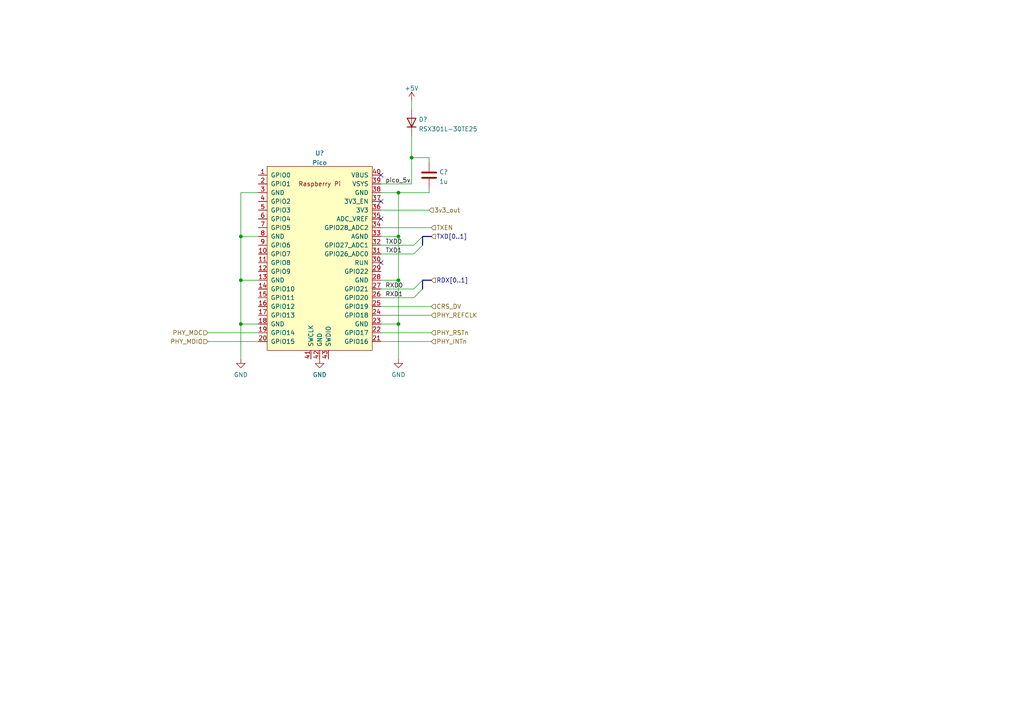
<source format=kicad_sch>
(kicad_sch (version 20211123) (generator eeschema)

  (uuid eb5f5f4c-cabf-4558-8762-2747319df31d)

  (paper "A4")

  (lib_symbols
    (symbol "Device:C" (pin_numbers hide) (pin_names (offset 0.254)) (in_bom yes) (on_board yes)
      (property "Reference" "C" (id 0) (at 0.635 2.54 0)
        (effects (font (size 1.27 1.27)) (justify left))
      )
      (property "Value" "C" (id 1) (at 0.635 -2.54 0)
        (effects (font (size 1.27 1.27)) (justify left))
      )
      (property "Footprint" "" (id 2) (at 0.9652 -3.81 0)
        (effects (font (size 1.27 1.27)) hide)
      )
      (property "Datasheet" "~" (id 3) (at 0 0 0)
        (effects (font (size 1.27 1.27)) hide)
      )
      (property "ki_keywords" "cap capacitor" (id 4) (at 0 0 0)
        (effects (font (size 1.27 1.27)) hide)
      )
      (property "ki_description" "Unpolarized capacitor" (id 5) (at 0 0 0)
        (effects (font (size 1.27 1.27)) hide)
      )
      (property "ki_fp_filters" "C_*" (id 6) (at 0 0 0)
        (effects (font (size 1.27 1.27)) hide)
      )
      (symbol "C_0_1"
        (polyline
          (pts
            (xy -2.032 -0.762)
            (xy 2.032 -0.762)
          )
          (stroke (width 0.508) (type default) (color 0 0 0 0))
          (fill (type none))
        )
        (polyline
          (pts
            (xy -2.032 0.762)
            (xy 2.032 0.762)
          )
          (stroke (width 0.508) (type default) (color 0 0 0 0))
          (fill (type none))
        )
      )
      (symbol "C_1_1"
        (pin passive line (at 0 3.81 270) (length 2.794)
          (name "~" (effects (font (size 1.27 1.27))))
          (number "1" (effects (font (size 1.27 1.27))))
        )
        (pin passive line (at 0 -3.81 90) (length 2.794)
          (name "~" (effects (font (size 1.27 1.27))))
          (number "2" (effects (font (size 1.27 1.27))))
        )
      )
    )
    (symbol "Device:D" (pin_numbers hide) (pin_names (offset 1.016) hide) (in_bom yes) (on_board yes)
      (property "Reference" "D" (id 0) (at 0 2.54 0)
        (effects (font (size 1.27 1.27)))
      )
      (property "Value" "D" (id 1) (at 0 -2.54 0)
        (effects (font (size 1.27 1.27)))
      )
      (property "Footprint" "" (id 2) (at 0 0 0)
        (effects (font (size 1.27 1.27)) hide)
      )
      (property "Datasheet" "~" (id 3) (at 0 0 0)
        (effects (font (size 1.27 1.27)) hide)
      )
      (property "ki_keywords" "diode" (id 4) (at 0 0 0)
        (effects (font (size 1.27 1.27)) hide)
      )
      (property "ki_description" "Diode" (id 5) (at 0 0 0)
        (effects (font (size 1.27 1.27)) hide)
      )
      (property "ki_fp_filters" "TO-???* *_Diode_* *SingleDiode* D_*" (id 6) (at 0 0 0)
        (effects (font (size 1.27 1.27)) hide)
      )
      (symbol "D_0_1"
        (polyline
          (pts
            (xy -1.27 1.27)
            (xy -1.27 -1.27)
          )
          (stroke (width 0.254) (type default) (color 0 0 0 0))
          (fill (type none))
        )
        (polyline
          (pts
            (xy 1.27 0)
            (xy -1.27 0)
          )
          (stroke (width 0) (type default) (color 0 0 0 0))
          (fill (type none))
        )
        (polyline
          (pts
            (xy 1.27 1.27)
            (xy 1.27 -1.27)
            (xy -1.27 0)
            (xy 1.27 1.27)
          )
          (stroke (width 0.254) (type default) (color 0 0 0 0))
          (fill (type none))
        )
      )
      (symbol "D_1_1"
        (pin passive line (at -3.81 0 0) (length 2.54)
          (name "K" (effects (font (size 1.27 1.27))))
          (number "1" (effects (font (size 1.27 1.27))))
        )
        (pin passive line (at 3.81 0 180) (length 2.54)
          (name "A" (effects (font (size 1.27 1.27))))
          (number "2" (effects (font (size 1.27 1.27))))
        )
      )
    )
    (symbol "MCU_RaspberryPi_and_Boards:Pico" (pin_names (offset 1.016)) (in_bom yes) (on_board yes)
      (property "Reference" "U" (id 0) (at -13.97 27.94 0)
        (effects (font (size 1.27 1.27)))
      )
      (property "Value" "Pico" (id 1) (at 0 19.05 0)
        (effects (font (size 1.27 1.27)))
      )
      (property "Footprint" "RPi_Pico:RPi_Pico_SMD_TH" (id 2) (at 0 0 90)
        (effects (font (size 1.27 1.27)) hide)
      )
      (property "Datasheet" "" (id 3) (at 0 0 0)
        (effects (font (size 1.27 1.27)) hide)
      )
      (symbol "Pico_0_0"
        (text "Raspberry Pi" (at 0 21.59 0)
          (effects (font (size 1.27 1.27)))
        )
      )
      (symbol "Pico_0_1"
        (rectangle (start -15.24 26.67) (end 15.24 -26.67)
          (stroke (width 0) (type default) (color 0 0 0 0))
          (fill (type background))
        )
      )
      (symbol "Pico_1_1"
        (pin bidirectional line (at -17.78 24.13 0) (length 2.54)
          (name "GPIO0" (effects (font (size 1.27 1.27))))
          (number "1" (effects (font (size 1.27 1.27))))
        )
        (pin bidirectional line (at -17.78 1.27 0) (length 2.54)
          (name "GPIO7" (effects (font (size 1.27 1.27))))
          (number "10" (effects (font (size 1.27 1.27))))
        )
        (pin bidirectional line (at -17.78 -1.27 0) (length 2.54)
          (name "GPIO8" (effects (font (size 1.27 1.27))))
          (number "11" (effects (font (size 1.27 1.27))))
        )
        (pin bidirectional line (at -17.78 -3.81 0) (length 2.54)
          (name "GPIO9" (effects (font (size 1.27 1.27))))
          (number "12" (effects (font (size 1.27 1.27))))
        )
        (pin power_in line (at -17.78 -6.35 0) (length 2.54)
          (name "GND" (effects (font (size 1.27 1.27))))
          (number "13" (effects (font (size 1.27 1.27))))
        )
        (pin bidirectional line (at -17.78 -8.89 0) (length 2.54)
          (name "GPIO10" (effects (font (size 1.27 1.27))))
          (number "14" (effects (font (size 1.27 1.27))))
        )
        (pin bidirectional line (at -17.78 -11.43 0) (length 2.54)
          (name "GPIO11" (effects (font (size 1.27 1.27))))
          (number "15" (effects (font (size 1.27 1.27))))
        )
        (pin bidirectional line (at -17.78 -13.97 0) (length 2.54)
          (name "GPIO12" (effects (font (size 1.27 1.27))))
          (number "16" (effects (font (size 1.27 1.27))))
        )
        (pin bidirectional line (at -17.78 -16.51 0) (length 2.54)
          (name "GPIO13" (effects (font (size 1.27 1.27))))
          (number "17" (effects (font (size 1.27 1.27))))
        )
        (pin power_in line (at -17.78 -19.05 0) (length 2.54)
          (name "GND" (effects (font (size 1.27 1.27))))
          (number "18" (effects (font (size 1.27 1.27))))
        )
        (pin bidirectional line (at -17.78 -21.59 0) (length 2.54)
          (name "GPIO14" (effects (font (size 1.27 1.27))))
          (number "19" (effects (font (size 1.27 1.27))))
        )
        (pin bidirectional line (at -17.78 21.59 0) (length 2.54)
          (name "GPIO1" (effects (font (size 1.27 1.27))))
          (number "2" (effects (font (size 1.27 1.27))))
        )
        (pin bidirectional line (at -17.78 -24.13 0) (length 2.54)
          (name "GPIO15" (effects (font (size 1.27 1.27))))
          (number "20" (effects (font (size 1.27 1.27))))
        )
        (pin bidirectional line (at 17.78 -24.13 180) (length 2.54)
          (name "GPIO16" (effects (font (size 1.27 1.27))))
          (number "21" (effects (font (size 1.27 1.27))))
        )
        (pin bidirectional line (at 17.78 -21.59 180) (length 2.54)
          (name "GPIO17" (effects (font (size 1.27 1.27))))
          (number "22" (effects (font (size 1.27 1.27))))
        )
        (pin power_in line (at 17.78 -19.05 180) (length 2.54)
          (name "GND" (effects (font (size 1.27 1.27))))
          (number "23" (effects (font (size 1.27 1.27))))
        )
        (pin bidirectional line (at 17.78 -16.51 180) (length 2.54)
          (name "GPIO18" (effects (font (size 1.27 1.27))))
          (number "24" (effects (font (size 1.27 1.27))))
        )
        (pin bidirectional line (at 17.78 -13.97 180) (length 2.54)
          (name "GPIO19" (effects (font (size 1.27 1.27))))
          (number "25" (effects (font (size 1.27 1.27))))
        )
        (pin bidirectional line (at 17.78 -11.43 180) (length 2.54)
          (name "GPIO20" (effects (font (size 1.27 1.27))))
          (number "26" (effects (font (size 1.27 1.27))))
        )
        (pin bidirectional line (at 17.78 -8.89 180) (length 2.54)
          (name "GPIO21" (effects (font (size 1.27 1.27))))
          (number "27" (effects (font (size 1.27 1.27))))
        )
        (pin power_in line (at 17.78 -6.35 180) (length 2.54)
          (name "GND" (effects (font (size 1.27 1.27))))
          (number "28" (effects (font (size 1.27 1.27))))
        )
        (pin bidirectional line (at 17.78 -3.81 180) (length 2.54)
          (name "GPIO22" (effects (font (size 1.27 1.27))))
          (number "29" (effects (font (size 1.27 1.27))))
        )
        (pin power_in line (at -17.78 19.05 0) (length 2.54)
          (name "GND" (effects (font (size 1.27 1.27))))
          (number "3" (effects (font (size 1.27 1.27))))
        )
        (pin input line (at 17.78 -1.27 180) (length 2.54)
          (name "RUN" (effects (font (size 1.27 1.27))))
          (number "30" (effects (font (size 1.27 1.27))))
        )
        (pin bidirectional line (at 17.78 1.27 180) (length 2.54)
          (name "GPIO26_ADC0" (effects (font (size 1.27 1.27))))
          (number "31" (effects (font (size 1.27 1.27))))
        )
        (pin bidirectional line (at 17.78 3.81 180) (length 2.54)
          (name "GPIO27_ADC1" (effects (font (size 1.27 1.27))))
          (number "32" (effects (font (size 1.27 1.27))))
        )
        (pin power_in line (at 17.78 6.35 180) (length 2.54)
          (name "AGND" (effects (font (size 1.27 1.27))))
          (number "33" (effects (font (size 1.27 1.27))))
        )
        (pin bidirectional line (at 17.78 8.89 180) (length 2.54)
          (name "GPIO28_ADC2" (effects (font (size 1.27 1.27))))
          (number "34" (effects (font (size 1.27 1.27))))
        )
        (pin unspecified line (at 17.78 11.43 180) (length 2.54)
          (name "ADC_VREF" (effects (font (size 1.27 1.27))))
          (number "35" (effects (font (size 1.27 1.27))))
        )
        (pin unspecified line (at 17.78 13.97 180) (length 2.54)
          (name "3V3" (effects (font (size 1.27 1.27))))
          (number "36" (effects (font (size 1.27 1.27))))
        )
        (pin input line (at 17.78 16.51 180) (length 2.54)
          (name "3V3_EN" (effects (font (size 1.27 1.27))))
          (number "37" (effects (font (size 1.27 1.27))))
        )
        (pin bidirectional line (at 17.78 19.05 180) (length 2.54)
          (name "GND" (effects (font (size 1.27 1.27))))
          (number "38" (effects (font (size 1.27 1.27))))
        )
        (pin unspecified line (at 17.78 21.59 180) (length 2.54)
          (name "VSYS" (effects (font (size 1.27 1.27))))
          (number "39" (effects (font (size 1.27 1.27))))
        )
        (pin bidirectional line (at -17.78 16.51 0) (length 2.54)
          (name "GPIO2" (effects (font (size 1.27 1.27))))
          (number "4" (effects (font (size 1.27 1.27))))
        )
        (pin unspecified line (at 17.78 24.13 180) (length 2.54)
          (name "VBUS" (effects (font (size 1.27 1.27))))
          (number "40" (effects (font (size 1.27 1.27))))
        )
        (pin input line (at -2.54 -29.21 90) (length 2.54)
          (name "SWCLK" (effects (font (size 1.27 1.27))))
          (number "41" (effects (font (size 1.27 1.27))))
        )
        (pin power_in line (at 0 -29.21 90) (length 2.54)
          (name "GND" (effects (font (size 1.27 1.27))))
          (number "42" (effects (font (size 1.27 1.27))))
        )
        (pin bidirectional line (at 2.54 -29.21 90) (length 2.54)
          (name "SWDIO" (effects (font (size 1.27 1.27))))
          (number "43" (effects (font (size 1.27 1.27))))
        )
        (pin bidirectional line (at -17.78 13.97 0) (length 2.54)
          (name "GPIO3" (effects (font (size 1.27 1.27))))
          (number "5" (effects (font (size 1.27 1.27))))
        )
        (pin bidirectional line (at -17.78 11.43 0) (length 2.54)
          (name "GPIO4" (effects (font (size 1.27 1.27))))
          (number "6" (effects (font (size 1.27 1.27))))
        )
        (pin bidirectional line (at -17.78 8.89 0) (length 2.54)
          (name "GPIO5" (effects (font (size 1.27 1.27))))
          (number "7" (effects (font (size 1.27 1.27))))
        )
        (pin power_in line (at -17.78 6.35 0) (length 2.54)
          (name "GND" (effects (font (size 1.27 1.27))))
          (number "8" (effects (font (size 1.27 1.27))))
        )
        (pin bidirectional line (at -17.78 3.81 0) (length 2.54)
          (name "GPIO6" (effects (font (size 1.27 1.27))))
          (number "9" (effects (font (size 1.27 1.27))))
        )
      )
    )
    (symbol "power:+5V" (power) (pin_names (offset 0)) (in_bom yes) (on_board yes)
      (property "Reference" "#PWR" (id 0) (at 0 -3.81 0)
        (effects (font (size 1.27 1.27)) hide)
      )
      (property "Value" "+5V" (id 1) (at 0 3.556 0)
        (effects (font (size 1.27 1.27)))
      )
      (property "Footprint" "" (id 2) (at 0 0 0)
        (effects (font (size 1.27 1.27)) hide)
      )
      (property "Datasheet" "" (id 3) (at 0 0 0)
        (effects (font (size 1.27 1.27)) hide)
      )
      (property "ki_keywords" "power-flag" (id 4) (at 0 0 0)
        (effects (font (size 1.27 1.27)) hide)
      )
      (property "ki_description" "Power symbol creates a global label with name \"+5V\"" (id 5) (at 0 0 0)
        (effects (font (size 1.27 1.27)) hide)
      )
      (symbol "+5V_0_1"
        (polyline
          (pts
            (xy -0.762 1.27)
            (xy 0 2.54)
          )
          (stroke (width 0) (type default) (color 0 0 0 0))
          (fill (type none))
        )
        (polyline
          (pts
            (xy 0 0)
            (xy 0 2.54)
          )
          (stroke (width 0) (type default) (color 0 0 0 0))
          (fill (type none))
        )
        (polyline
          (pts
            (xy 0 2.54)
            (xy 0.762 1.27)
          )
          (stroke (width 0) (type default) (color 0 0 0 0))
          (fill (type none))
        )
      )
      (symbol "+5V_1_1"
        (pin power_in line (at 0 0 90) (length 0) hide
          (name "+5V" (effects (font (size 1.27 1.27))))
          (number "1" (effects (font (size 1.27 1.27))))
        )
      )
    )
    (symbol "power:GND" (power) (pin_names (offset 0)) (in_bom yes) (on_board yes)
      (property "Reference" "#PWR" (id 0) (at 0 -6.35 0)
        (effects (font (size 1.27 1.27)) hide)
      )
      (property "Value" "GND" (id 1) (at 0 -3.81 0)
        (effects (font (size 1.27 1.27)))
      )
      (property "Footprint" "" (id 2) (at 0 0 0)
        (effects (font (size 1.27 1.27)) hide)
      )
      (property "Datasheet" "" (id 3) (at 0 0 0)
        (effects (font (size 1.27 1.27)) hide)
      )
      (property "ki_keywords" "power-flag" (id 4) (at 0 0 0)
        (effects (font (size 1.27 1.27)) hide)
      )
      (property "ki_description" "Power symbol creates a global label with name \"GND\" , ground" (id 5) (at 0 0 0)
        (effects (font (size 1.27 1.27)) hide)
      )
      (symbol "GND_0_1"
        (polyline
          (pts
            (xy 0 0)
            (xy 0 -1.27)
            (xy 1.27 -1.27)
            (xy 0 -2.54)
            (xy -1.27 -1.27)
            (xy 0 -1.27)
          )
          (stroke (width 0) (type default) (color 0 0 0 0))
          (fill (type none))
        )
      )
      (symbol "GND_1_1"
        (pin power_in line (at 0 0 270) (length 0) hide
          (name "GND" (effects (font (size 1.27 1.27))))
          (number "1" (effects (font (size 1.27 1.27))))
        )
      )
    )
  )

  (junction (at 69.85 81.28) (diameter 0) (color 0 0 0 0)
    (uuid 1e7fa231-b486-4845-869c-9a2ff57756a7)
  )
  (junction (at 69.85 68.58) (diameter 0) (color 0 0 0 0)
    (uuid 629f6bfb-5825-4716-bd79-b4eb9a0d04d6)
  )
  (junction (at 69.85 93.98) (diameter 0) (color 0 0 0 0)
    (uuid 88bef233-d021-434e-8d82-68ff7dc22373)
  )
  (junction (at 115.57 55.88) (diameter 0) (color 0 0 0 0)
    (uuid 917a5a96-1394-4d00-9147-c1f5d4e61c7a)
  )
  (junction (at 115.57 68.58) (diameter 0) (color 0 0 0 0)
    (uuid 91d8aadc-874f-4553-91c4-37188953803e)
  )
  (junction (at 119.38 45.72) (diameter 0) (color 0 0 0 0)
    (uuid c9cd62bb-eeb0-4090-b488-8f275339a23e)
  )
  (junction (at 115.57 93.98) (diameter 0) (color 0 0 0 0)
    (uuid cd88d7cc-5c74-488c-b266-f853f0bf587f)
  )
  (junction (at 115.57 81.28) (diameter 0) (color 0 0 0 0)
    (uuid fdb8c24e-e389-4ba4-be47-ff83f5aee405)
  )

  (no_connect (at 110.49 76.2) (uuid 1da235dd-2a6e-4b9b-a5ea-6128558d0525))
  (no_connect (at 110.49 58.42) (uuid afd56ca9-88da-4912-a881-08e684d5bce4))
  (no_connect (at 110.49 63.5) (uuid afd56ca9-88da-4912-a881-08e684d5bce5))
  (no_connect (at 110.49 50.8) (uuid c864e824-0874-462b-90c2-4347018c8091))

  (bus_entry (at 120.015 83.82) (size 2.54 -2.54)
    (stroke (width 0) (type default) (color 0 0 0 0))
    (uuid 8192dcc5-7cfe-41a6-933d-3a991c63f549)
  )
  (bus_entry (at 120.015 86.36) (size 2.54 -2.54)
    (stroke (width 0) (type default) (color 0 0 0 0))
    (uuid 8192dcc5-7cfe-41a6-933d-3a991c63f54a)
  )
  (bus_entry (at 120.015 71.12) (size 2.54 -2.54)
    (stroke (width 0) (type default) (color 0 0 0 0))
    (uuid b623d805-343b-4c29-8aa2-1a2ce0adc386)
  )
  (bus_entry (at 120.015 73.66) (size 2.54 -2.54)
    (stroke (width 0) (type default) (color 0 0 0 0))
    (uuid c8d9b947-6d5f-47f4-9c35-eab4f2aeef6a)
  )

  (wire (pts (xy 110.49 91.44) (xy 125.095 91.44))
    (stroke (width 0) (type default) (color 0 0 0 0))
    (uuid 0025a1c5-194a-46c2-a638-09cad2ba1716)
  )
  (wire (pts (xy 124.46 54.61) (xy 124.46 55.88))
    (stroke (width 0) (type default) (color 0 0 0 0))
    (uuid 081fd7e1-26a2-4acf-a209-659dec278414)
  )
  (wire (pts (xy 110.49 73.66) (xy 120.015 73.66))
    (stroke (width 0) (type default) (color 0 0 0 0))
    (uuid 169dfd57-b411-4d8d-8ea4-0e4f07b3ae8c)
  )
  (bus (pts (xy 125.095 81.28) (xy 122.555 81.28))
    (stroke (width 0) (type default) (color 0 0 0 0))
    (uuid 1aba7340-5359-42f9-a144-81a50473c5f0)
  )

  (wire (pts (xy 69.85 55.88) (xy 69.85 68.58))
    (stroke (width 0) (type default) (color 0 0 0 0))
    (uuid 1db8a038-f5ec-45c0-b106-0da42bd9cd11)
  )
  (wire (pts (xy 115.57 68.58) (xy 110.49 68.58))
    (stroke (width 0) (type default) (color 0 0 0 0))
    (uuid 219fa85f-bd8f-4c47-b73d-dbf47492782f)
  )
  (wire (pts (xy 119.38 53.34) (xy 110.49 53.34))
    (stroke (width 0) (type default) (color 0 0 0 0))
    (uuid 26235765-4e62-47af-bb08-533cac427235)
  )
  (wire (pts (xy 115.57 68.58) (xy 115.57 81.28))
    (stroke (width 0) (type default) (color 0 0 0 0))
    (uuid 2b327595-d6b7-458f-8fc9-ed1dc7581946)
  )
  (wire (pts (xy 69.85 68.58) (xy 69.85 81.28))
    (stroke (width 0) (type default) (color 0 0 0 0))
    (uuid 2c92b1e0-3d03-4e2d-9a78-70ad116d75c5)
  )
  (wire (pts (xy 74.93 96.52) (xy 60.325 96.52))
    (stroke (width 0) (type default) (color 0 0 0 0))
    (uuid 34f30180-6d56-4c1b-a369-18a6d326e3f8)
  )
  (bus (pts (xy 122.555 81.28) (xy 122.555 83.82))
    (stroke (width 0) (type default) (color 0 0 0 0))
    (uuid 4091b20e-1890-4340-97c8-957c5acab8e5)
  )

  (wire (pts (xy 110.49 86.36) (xy 120.015 86.36))
    (stroke (width 0) (type default) (color 0 0 0 0))
    (uuid 47ab12bf-a2c7-4a8b-8501-d5de9a067151)
  )
  (wire (pts (xy 69.85 81.28) (xy 74.93 81.28))
    (stroke (width 0) (type default) (color 0 0 0 0))
    (uuid 49a253c1-1c07-44af-b207-2fff7b78904b)
  )
  (wire (pts (xy 110.49 71.12) (xy 120.015 71.12))
    (stroke (width 0) (type default) (color 0 0 0 0))
    (uuid 4c635e1a-6baa-4156-8d60-843e15a89cdc)
  )
  (wire (pts (xy 69.85 68.58) (xy 74.93 68.58))
    (stroke (width 0) (type default) (color 0 0 0 0))
    (uuid 534e3381-8bd5-497b-b562-c619b039fc52)
  )
  (wire (pts (xy 124.46 46.99) (xy 124.46 45.72))
    (stroke (width 0) (type default) (color 0 0 0 0))
    (uuid 547bc6e8-5471-4429-8fca-d709dc68308f)
  )
  (wire (pts (xy 115.57 55.88) (xy 115.57 68.58))
    (stroke (width 0) (type default) (color 0 0 0 0))
    (uuid 5d336382-d753-4812-a4f9-b39e086ed13a)
  )
  (wire (pts (xy 125.095 88.9) (xy 110.49 88.9))
    (stroke (width 0) (type default) (color 0 0 0 0))
    (uuid 5d4842b6-0823-483e-b8dc-5058cc4b1625)
  )
  (wire (pts (xy 119.38 39.37) (xy 119.38 45.72))
    (stroke (width 0) (type default) (color 0 0 0 0))
    (uuid 62d77b48-a656-4266-9ce0-dd26f9fe6efc)
  )
  (wire (pts (xy 115.57 81.28) (xy 110.49 81.28))
    (stroke (width 0) (type default) (color 0 0 0 0))
    (uuid 71642feb-091a-4576-af4f-ffd310525d73)
  )
  (wire (pts (xy 74.93 99.06) (xy 60.325 99.06))
    (stroke (width 0) (type default) (color 0 0 0 0))
    (uuid 7f000978-f162-4b9a-90f3-0942f9a61cce)
  )
  (wire (pts (xy 69.85 81.28) (xy 69.85 93.98))
    (stroke (width 0) (type default) (color 0 0 0 0))
    (uuid 841aeb23-638b-412e-b7e2-9f76de6d0edc)
  )
  (wire (pts (xy 115.57 93.98) (xy 110.49 93.98))
    (stroke (width 0) (type default) (color 0 0 0 0))
    (uuid 8683e34d-541a-4784-9b13-92ed008f9529)
  )
  (wire (pts (xy 110.49 55.88) (xy 115.57 55.88))
    (stroke (width 0) (type default) (color 0 0 0 0))
    (uuid 92c38ca2-4c3a-4675-91fe-b3ff39772cf2)
  )
  (wire (pts (xy 69.85 93.98) (xy 69.85 104.14))
    (stroke (width 0) (type default) (color 0 0 0 0))
    (uuid 97a0ae50-9965-4853-a410-249c5272fd59)
  )
  (wire (pts (xy 110.49 66.04) (xy 125.095 66.04))
    (stroke (width 0) (type default) (color 0 0 0 0))
    (uuid 9dda4965-dc94-45fb-b1f6-29c5fe4d1548)
  )
  (wire (pts (xy 69.85 93.98) (xy 74.93 93.98))
    (stroke (width 0) (type default) (color 0 0 0 0))
    (uuid a3171a4f-840c-4972-b16d-116f59a10413)
  )
  (wire (pts (xy 110.49 60.96) (xy 124.46 60.96))
    (stroke (width 0) (type default) (color 0 0 0 0))
    (uuid b53ddd7f-75e4-4fbb-a8e4-b204baa1ab55)
  )
  (wire (pts (xy 110.49 83.82) (xy 120.015 83.82))
    (stroke (width 0) (type default) (color 0 0 0 0))
    (uuid b7db0447-10b4-4267-b866-b93499dd8b3d)
  )
  (wire (pts (xy 115.57 93.98) (xy 115.57 104.14))
    (stroke (width 0) (type default) (color 0 0 0 0))
    (uuid bc97c7d5-b614-46b8-928f-9a90b06eb7a9)
  )
  (wire (pts (xy 124.46 55.88) (xy 115.57 55.88))
    (stroke (width 0) (type default) (color 0 0 0 0))
    (uuid c8aa8b9c-e178-4141-b5b5-cd55440cf0b8)
  )
  (wire (pts (xy 110.49 99.06) (xy 125.095 99.06))
    (stroke (width 0) (type default) (color 0 0 0 0))
    (uuid d054f53b-2086-420d-9375-7c976a86fa8d)
  )
  (wire (pts (xy 119.38 45.72) (xy 119.38 53.34))
    (stroke (width 0) (type default) (color 0 0 0 0))
    (uuid d5e6bf69-4b11-47aa-b21a-2ae375035984)
  )
  (bus (pts (xy 125.095 68.58) (xy 122.555 68.58))
    (stroke (width 0) (type default) (color 0 0 0 0))
    (uuid df0ece58-421e-4379-9b05-edeee50ff0dd)
  )

  (wire (pts (xy 110.49 96.52) (xy 125.095 96.52))
    (stroke (width 0) (type default) (color 0 0 0 0))
    (uuid f069db3e-9571-45a8-98e1-08b9edca315e)
  )
  (bus (pts (xy 122.555 68.58) (xy 122.555 71.12))
    (stroke (width 0) (type default) (color 0 0 0 0))
    (uuid f6bba2fc-c79b-4ed5-84f3-2e9ecec458c4)
  )

  (wire (pts (xy 124.46 45.72) (xy 119.38 45.72))
    (stroke (width 0) (type default) (color 0 0 0 0))
    (uuid f7c1950d-c0fb-4f22-b935-0ec40a86fae7)
  )
  (wire (pts (xy 115.57 81.28) (xy 115.57 93.98))
    (stroke (width 0) (type default) (color 0 0 0 0))
    (uuid fb218937-ddf2-4b6e-a74d-87be6b26c607)
  )
  (wire (pts (xy 74.93 55.88) (xy 69.85 55.88))
    (stroke (width 0) (type default) (color 0 0 0 0))
    (uuid fc0dfe13-032f-4ffc-b6f3-24ba8ebfea10)
  )
  (wire (pts (xy 119.38 29.21) (xy 119.38 31.75))
    (stroke (width 0) (type default) (color 0 0 0 0))
    (uuid fd25f3f3-bcf8-43af-b7ce-fb00e5037206)
  )

  (label "TXD0" (at 111.76 71.12 0)
    (effects (font (size 1.27 1.27)) (justify left bottom))
    (uuid 0a2583ce-0f1c-4629-9eb6-23bd78a1df20)
  )
  (label "RXD0" (at 111.76 83.82 0)
    (effects (font (size 1.27 1.27)) (justify left bottom))
    (uuid 5659e323-2ecc-41de-b5bd-596c89786418)
  )
  (label "RXD1" (at 111.76 86.36 0)
    (effects (font (size 1.27 1.27)) (justify left bottom))
    (uuid 593f5dce-17a5-49f5-8a11-e69e9d5305e0)
  )
  (label "TXD1" (at 111.76 73.66 0)
    (effects (font (size 1.27 1.27)) (justify left bottom))
    (uuid 72e73ec9-ca5b-4a62-b906-04c7f7b2f2dc)
  )
  (label "pico_5v" (at 111.76 53.34 0)
    (effects (font (size 1.27 1.27)) (justify left bottom))
    (uuid a247c4e7-47e2-4ef5-acc6-239fdf802345)
  )

  (hierarchical_label "PHY_MDIO" (shape input) (at 60.325 99.06 180)
    (effects (font (size 1.27 1.27)) (justify right))
    (uuid 0436a261-4780-456d-ba5c-8618fbc8f925)
  )
  (hierarchical_label "PHY_MDC" (shape input) (at 60.325 96.52 180)
    (effects (font (size 1.27 1.27)) (justify right))
    (uuid 0caae557-39f1-47d9-8ae8-e790056dbee4)
  )
  (hierarchical_label "TXEN" (shape input) (at 125.095 66.04 0)
    (effects (font (size 1.27 1.27)) (justify left))
    (uuid 4907b1c5-7401-4b3e-a69a-93b8c038c413)
  )
  (hierarchical_label "RDX[0..1]" (shape input) (at 125.095 81.28 0)
    (effects (font (size 1.27 1.27)) (justify left))
    (uuid 4cef867a-54ff-4d94-874c-6a14130a2d9e)
  )
  (hierarchical_label "TXD[0..1]" (shape input) (at 125.095 68.58 0)
    (effects (font (size 1.27 1.27)) (justify left))
    (uuid 59823478-6275-4df2-af3c-4d7df56f1fff)
  )
  (hierarchical_label "CRS_DV" (shape input) (at 125.095 88.9 0)
    (effects (font (size 1.27 1.27)) (justify left))
    (uuid 6c721242-0cd8-458f-85b3-a715af3c30d6)
  )
  (hierarchical_label "3v3_out" (shape input) (at 124.46 60.96 0)
    (effects (font (size 1.27 1.27)) (justify left))
    (uuid 937548e6-a161-4270-acc9-2094b426d47a)
  )
  (hierarchical_label "PHY_REFCLK" (shape input) (at 125.095 91.44 0)
    (effects (font (size 1.27 1.27)) (justify left))
    (uuid cd18d65d-68b0-4e83-bec1-22f750b106bc)
  )
  (hierarchical_label "PHY_RSTn" (shape input) (at 125.095 96.52 0)
    (effects (font (size 1.27 1.27)) (justify left))
    (uuid cf4effff-ff86-47d1-bee6-11566e9ba865)
  )
  (hierarchical_label "PHY_INTn" (shape input) (at 125.095 99.06 0)
    (effects (font (size 1.27 1.27)) (justify left))
    (uuid e34835e7-eee6-45ad-a9da-51ebac1849e1)
  )

  (symbol (lib_id "power:GND") (at 92.71 104.14 0) (mirror y) (unit 1)
    (in_bom yes) (on_board yes) (fields_autoplaced)
    (uuid 4a0b421f-4593-4dc1-b7d9-4b9b58ea2d21)
    (property "Reference" "#PWR?" (id 0) (at 92.71 110.49 0)
      (effects (font (size 1.27 1.27)) hide)
    )
    (property "Value" "GND" (id 1) (at 92.71 108.7025 0))
    (property "Footprint" "" (id 2) (at 92.71 104.14 0)
      (effects (font (size 1.27 1.27)) hide)
    )
    (property "Datasheet" "" (id 3) (at 92.71 104.14 0)
      (effects (font (size 1.27 1.27)) hide)
    )
    (pin "1" (uuid 73877206-dba3-496c-b636-8438332f93a4))
  )

  (symbol (lib_id "Device:D") (at 119.38 35.56 90) (unit 1)
    (in_bom yes) (on_board yes) (fields_autoplaced)
    (uuid 5433bdd9-cd46-4be2-935b-2adf20b9ad54)
    (property "Reference" "D?" (id 0) (at 121.412 34.6515 90)
      (effects (font (size 1.27 1.27)) (justify right))
    )
    (property "Value" "RSX301L-30TE25" (id 1) (at 121.412 37.4266 90)
      (effects (font (size 1.27 1.27)) (justify right))
    )
    (property "Footprint" "good_things:SOD-106" (id 2) (at 119.38 35.56 0)
      (effects (font (size 1.27 1.27)) hide)
    )
    (property "Datasheet" "~" (id 3) (at 119.38 35.56 0)
      (effects (font (size 1.27 1.27)) hide)
    )
    (pin "1" (uuid c2f99d8f-f606-4f30-8938-0d43031f43dd))
    (pin "2" (uuid 0a77ea38-78f3-4185-8e03-df95eb0fe307))
  )

  (symbol (lib_id "power:GND") (at 115.57 104.14 0) (unit 1)
    (in_bom yes) (on_board yes) (fields_autoplaced)
    (uuid 6c5c1fe1-906c-4797-9ee2-a827410f5f1a)
    (property "Reference" "#PWR?" (id 0) (at 115.57 110.49 0)
      (effects (font (size 1.27 1.27)) hide)
    )
    (property "Value" "GND" (id 1) (at 115.57 108.7025 0))
    (property "Footprint" "" (id 2) (at 115.57 104.14 0)
      (effects (font (size 1.27 1.27)) hide)
    )
    (property "Datasheet" "" (id 3) (at 115.57 104.14 0)
      (effects (font (size 1.27 1.27)) hide)
    )
    (pin "1" (uuid c0d0278d-2984-4e0d-b188-6957d96f5d80))
  )

  (symbol (lib_id "power:+5V") (at 119.38 29.21 0) (unit 1)
    (in_bom yes) (on_board yes)
    (uuid 7d055ca9-4742-44a5-bbb1-97ca403c7499)
    (property "Reference" "#PWR?" (id 0) (at 119.38 33.02 0)
      (effects (font (size 1.27 1.27)) hide)
    )
    (property "Value" "+5V" (id 1) (at 119.38 25.6055 0))
    (property "Footprint" "" (id 2) (at 119.38 29.21 0)
      (effects (font (size 1.27 1.27)) hide)
    )
    (property "Datasheet" "" (id 3) (at 119.38 29.21 0)
      (effects (font (size 1.27 1.27)) hide)
    )
    (pin "1" (uuid 5114b25b-8d9a-4191-903b-12cbe79b7a74))
  )

  (symbol (lib_id "MCU_RaspberryPi_and_Boards:Pico") (at 92.71 74.93 0) (unit 1)
    (in_bom yes) (on_board yes) (fields_autoplaced)
    (uuid 8e45f7c4-b184-403d-a17e-b52e58bde9fe)
    (property "Reference" "U?" (id 0) (at 92.71 44.4205 0))
    (property "Value" "Pico" (id 1) (at 92.71 47.1956 0))
    (property "Footprint" "RPi_Pico:RPi_Pico_SMD_TH" (id 2) (at 92.71 74.93 90)
      (effects (font (size 1.27 1.27)) hide)
    )
    (property "Datasheet" "" (id 3) (at 92.71 74.93 0)
      (effects (font (size 1.27 1.27)) hide)
    )
    (pin "1" (uuid 313d620c-efaf-4a11-b989-971dd15a2aec))
    (pin "10" (uuid b1a7db00-ab9d-44a4-9535-60bc13e24ea1))
    (pin "11" (uuid b8c08094-1524-4723-95cf-356baf728062))
    (pin "12" (uuid 9d95a5f2-c7c1-44b6-8848-9793fb1bcd98))
    (pin "13" (uuid ab3a1987-4f37-451c-a114-f2ee57263a6b))
    (pin "14" (uuid 67837403-678e-4c58-992a-6d3ec710dc98))
    (pin "15" (uuid 3ddadd4d-05f4-45e8-ba00-28bbc533ee59))
    (pin "16" (uuid 642aed64-177f-4027-a95e-c43fb9020e1f))
    (pin "17" (uuid 9f44273c-a70a-4cf3-b390-4a1c9ce0ee63))
    (pin "18" (uuid 750c8d9a-b538-40da-806e-052c7c58cd66))
    (pin "19" (uuid c106178b-fae6-4525-9417-1b13aea4e91c))
    (pin "2" (uuid 909b4da6-0c53-4dab-99cb-52d1846dace5))
    (pin "20" (uuid a4f3b38f-097f-48a4-b4db-1e635a59cc38))
    (pin "21" (uuid 0ab18087-9859-48b2-b66b-07471f8de600))
    (pin "22" (uuid d1333f59-5a01-4da5-9145-ac2f7229008d))
    (pin "23" (uuid 732b289b-b98a-4ab5-b635-78a98a4f05b1))
    (pin "24" (uuid e0ed3e11-bbf1-4bfb-8bf3-26c65b1fd0c9))
    (pin "25" (uuid 458b815c-4255-4f95-bda0-3d327c150c7f))
    (pin "26" (uuid bc937a4e-2b5b-40d9-bb3d-b92bc403dd5a))
    (pin "27" (uuid 08efbaf2-f471-414e-9752-3164e8679514))
    (pin "28" (uuid 1ef4befb-aa19-481f-ba93-4a20a29275fe))
    (pin "29" (uuid 7e3f8dca-cb09-46df-b17f-b3756d60b692))
    (pin "3" (uuid 30081698-2993-4fed-b265-abd81ccfabd1))
    (pin "30" (uuid d699de61-28af-4dc5-83c5-1c107a0eaf93))
    (pin "31" (uuid efb2bf35-9732-40ba-b5c2-020bb9d413f8))
    (pin "32" (uuid a2376d2f-f8db-4a83-80aa-e532f3cd14e4))
    (pin "33" (uuid 1965c3b2-4f1b-4423-8d4b-06a4fb187365))
    (pin "34" (uuid b9158a55-3044-4241-8052-a5dcdfdaba04))
    (pin "35" (uuid d6bb8f15-3d3d-4d54-9ac4-b9d715a92331))
    (pin "36" (uuid 525541f0-8705-4113-b86b-b0850baf8b57))
    (pin "37" (uuid e0804b6a-b386-4f38-86ad-c5157f38f9e6))
    (pin "38" (uuid 1a274475-1f8e-4b87-848c-c45a22b923e3))
    (pin "39" (uuid 5152a578-01a2-45d1-9ea7-dab382742fb4))
    (pin "4" (uuid 2d3a7c25-2293-40e9-a98d-4e216b0a3b91))
    (pin "40" (uuid e641cf24-2e35-4cab-9e55-a8d135c3c0bc))
    (pin "41" (uuid 9fc89731-4b7c-4273-880f-3106824975cc))
    (pin "42" (uuid 90d632ea-b342-4b43-89b1-a57599a38865))
    (pin "43" (uuid d043085b-6c6b-426b-9086-7368eaf57ab9))
    (pin "5" (uuid 3fbe1895-7936-441a-8d4c-801495d5fdcf))
    (pin "6" (uuid 21e53452-0775-4028-beab-297ce18a68c7))
    (pin "7" (uuid 8983757d-48c0-4144-aebc-dc30bf3ec1db))
    (pin "8" (uuid 55ca8012-ddf4-44d3-a91f-660755e6154f))
    (pin "9" (uuid f1fa81ad-d265-429d-bd08-06c437fada33))
  )

  (symbol (lib_id "power:GND") (at 69.85 104.14 0) (mirror y) (unit 1)
    (in_bom yes) (on_board yes) (fields_autoplaced)
    (uuid af36e342-03b3-444b-af00-3316d1aaa156)
    (property "Reference" "#PWR?" (id 0) (at 69.85 110.49 0)
      (effects (font (size 1.27 1.27)) hide)
    )
    (property "Value" "GND" (id 1) (at 69.85 108.7025 0))
    (property "Footprint" "" (id 2) (at 69.85 104.14 0)
      (effects (font (size 1.27 1.27)) hide)
    )
    (property "Datasheet" "" (id 3) (at 69.85 104.14 0)
      (effects (font (size 1.27 1.27)) hide)
    )
    (pin "1" (uuid 0805adf0-cd4b-45df-add1-9cae625bd204))
  )

  (symbol (lib_id "Device:C") (at 124.46 50.8 0) (unit 1)
    (in_bom yes) (on_board yes) (fields_autoplaced)
    (uuid d4200ed0-ab67-46fe-a9aa-421e0f8ecbaf)
    (property "Reference" "C?" (id 0) (at 127.381 49.8915 0)
      (effects (font (size 1.27 1.27)) (justify left))
    )
    (property "Value" "1u" (id 1) (at 127.381 52.6666 0)
      (effects (font (size 1.27 1.27)) (justify left))
    )
    (property "Footprint" "Capacitor_SMD:C_0603_1608Metric_Pad1.08x0.95mm_HandSolder" (id 2) (at 125.4252 54.61 0)
      (effects (font (size 1.27 1.27)) hide)
    )
    (property "Datasheet" "~" (id 3) (at 124.46 50.8 0)
      (effects (font (size 1.27 1.27)) hide)
    )
    (pin "1" (uuid 925992e3-e6d6-4fe2-b9e2-707c0e2a0f60))
    (pin "2" (uuid 472edd6c-756c-4382-b86b-99335a37131b))
  )
)

</source>
